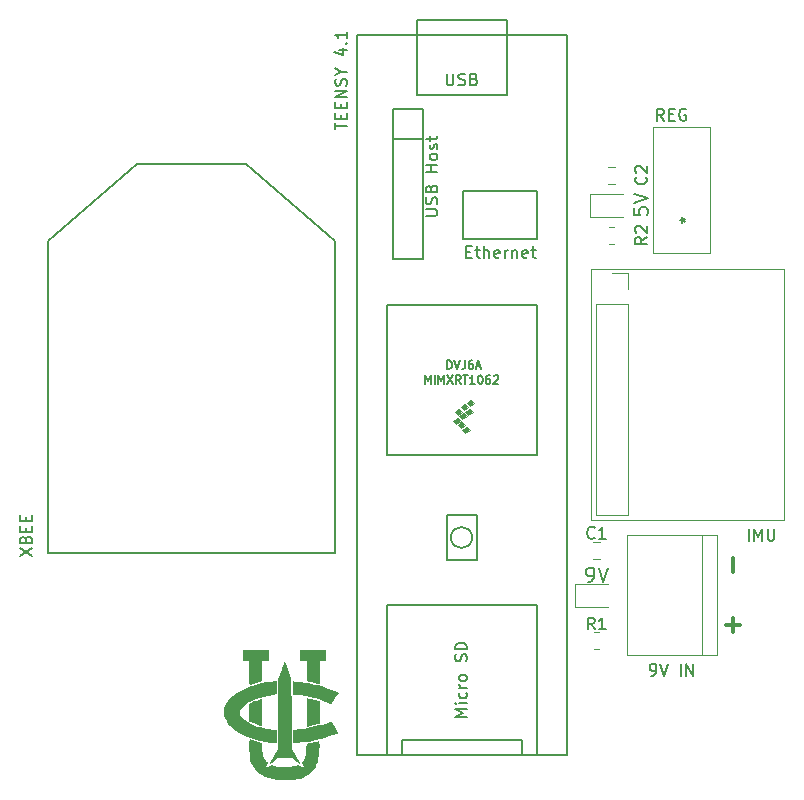
<source format=gbr>
%TF.GenerationSoftware,KiCad,Pcbnew,(6.0.8)*%
%TF.CreationDate,2022-12-09T18:07:48-08:00*%
%TF.ProjectId,ATP_Teensy,4154505f-5465-4656-9e73-792e6b696361,rev?*%
%TF.SameCoordinates,Original*%
%TF.FileFunction,Legend,Top*%
%TF.FilePolarity,Positive*%
%FSLAX46Y46*%
G04 Gerber Fmt 4.6, Leading zero omitted, Abs format (unit mm)*
G04 Created by KiCad (PCBNEW (6.0.8)) date 2022-12-09 18:07:48*
%MOMM*%
%LPD*%
G01*
G04 APERTURE LIST*
%ADD10C,0.300000*%
%ADD11C,0.150000*%
%ADD12C,0.200000*%
%ADD13C,0.120000*%
%ADD14C,0.100000*%
G04 APERTURE END LIST*
D10*
X181717142Y-113601428D02*
X181717142Y-112458571D01*
X181717142Y-118681428D02*
X181717142Y-117538571D01*
X182288571Y-118110000D02*
X181145714Y-118110000D01*
D11*
%TO.C,REG*%
X175887142Y-75382380D02*
X175553809Y-74906190D01*
X175315714Y-75382380D02*
X175315714Y-74382380D01*
X175696666Y-74382380D01*
X175791904Y-74430000D01*
X175839523Y-74477619D01*
X175887142Y-74572857D01*
X175887142Y-74715714D01*
X175839523Y-74810952D01*
X175791904Y-74858571D01*
X175696666Y-74906190D01*
X175315714Y-74906190D01*
X176315714Y-74858571D02*
X176649047Y-74858571D01*
X176791904Y-75382380D02*
X176315714Y-75382380D01*
X176315714Y-74382380D01*
X176791904Y-74382380D01*
X177744285Y-74430000D02*
X177649047Y-74382380D01*
X177506190Y-74382380D01*
X177363333Y-74430000D01*
X177268095Y-74525238D01*
X177220476Y-74620476D01*
X177172857Y-74810952D01*
X177172857Y-74953809D01*
X177220476Y-75144285D01*
X177268095Y-75239523D01*
X177363333Y-75334761D01*
X177506190Y-75382380D01*
X177601428Y-75382380D01*
X177744285Y-75334761D01*
X177791904Y-75287142D01*
X177791904Y-74953809D01*
X177601428Y-74953809D01*
X177252380Y-83820000D02*
X177490476Y-83820000D01*
X177395238Y-84058095D02*
X177490476Y-83820000D01*
X177395238Y-83581904D01*
X177680952Y-83962857D02*
X177490476Y-83820000D01*
X177680952Y-83677142D01*
%TO.C,C2*%
X174347142Y-80176666D02*
X174394761Y-80224285D01*
X174442380Y-80367142D01*
X174442380Y-80462380D01*
X174394761Y-80605238D01*
X174299523Y-80700476D01*
X174204285Y-80748095D01*
X174013809Y-80795714D01*
X173870952Y-80795714D01*
X173680476Y-80748095D01*
X173585238Y-80700476D01*
X173490000Y-80605238D01*
X173442380Y-80462380D01*
X173442380Y-80367142D01*
X173490000Y-80224285D01*
X173537619Y-80176666D01*
X173537619Y-79795714D02*
X173490000Y-79748095D01*
X173442380Y-79652857D01*
X173442380Y-79414761D01*
X173490000Y-79319523D01*
X173537619Y-79271904D01*
X173632857Y-79224285D01*
X173728095Y-79224285D01*
X173870952Y-79271904D01*
X174442380Y-79843333D01*
X174442380Y-79224285D01*
%TO.C,R2*%
X174442380Y-85256666D02*
X173966190Y-85590000D01*
X174442380Y-85828095D02*
X173442380Y-85828095D01*
X173442380Y-85447142D01*
X173490000Y-85351904D01*
X173537619Y-85304285D01*
X173632857Y-85256666D01*
X173775714Y-85256666D01*
X173870952Y-85304285D01*
X173918571Y-85351904D01*
X173966190Y-85447142D01*
X173966190Y-85828095D01*
X173537619Y-84875714D02*
X173490000Y-84828095D01*
X173442380Y-84732857D01*
X173442380Y-84494761D01*
X173490000Y-84399523D01*
X173537619Y-84351904D01*
X173632857Y-84304285D01*
X173728095Y-84304285D01*
X173870952Y-84351904D01*
X174442380Y-84923333D01*
X174442380Y-84304285D01*
%TO.C,R1*%
X170013333Y-118462380D02*
X169680000Y-117986190D01*
X169441904Y-118462380D02*
X169441904Y-117462380D01*
X169822857Y-117462380D01*
X169918095Y-117510000D01*
X169965714Y-117557619D01*
X170013333Y-117652857D01*
X170013333Y-117795714D01*
X169965714Y-117890952D01*
X169918095Y-117938571D01*
X169822857Y-117986190D01*
X169441904Y-117986190D01*
X170965714Y-118462380D02*
X170394285Y-118462380D01*
X170680000Y-118462380D02*
X170680000Y-117462380D01*
X170584761Y-117605238D01*
X170489523Y-117700476D01*
X170394285Y-117748095D01*
D12*
%TO.C,9V*%
X169437142Y-114432857D02*
X169665714Y-114432857D01*
X169780000Y-114375714D01*
X169837142Y-114318571D01*
X169951428Y-114147142D01*
X170008571Y-113918571D01*
X170008571Y-113461428D01*
X169951428Y-113347142D01*
X169894285Y-113290000D01*
X169780000Y-113232857D01*
X169551428Y-113232857D01*
X169437142Y-113290000D01*
X169380000Y-113347142D01*
X169322857Y-113461428D01*
X169322857Y-113747142D01*
X169380000Y-113861428D01*
X169437142Y-113918571D01*
X169551428Y-113975714D01*
X169780000Y-113975714D01*
X169894285Y-113918571D01*
X169951428Y-113861428D01*
X170008571Y-113747142D01*
X170351428Y-113232857D02*
X170751428Y-114432857D01*
X171151428Y-113232857D01*
D11*
%TO.C,9V IN*%
X174768095Y-122372380D02*
X174958571Y-122372380D01*
X175053809Y-122324761D01*
X175101428Y-122277142D01*
X175196666Y-122134285D01*
X175244285Y-121943809D01*
X175244285Y-121562857D01*
X175196666Y-121467619D01*
X175149047Y-121420000D01*
X175053809Y-121372380D01*
X174863333Y-121372380D01*
X174768095Y-121420000D01*
X174720476Y-121467619D01*
X174672857Y-121562857D01*
X174672857Y-121800952D01*
X174720476Y-121896190D01*
X174768095Y-121943809D01*
X174863333Y-121991428D01*
X175053809Y-121991428D01*
X175149047Y-121943809D01*
X175196666Y-121896190D01*
X175244285Y-121800952D01*
X175530000Y-121372380D02*
X175863333Y-122372380D01*
X176196666Y-121372380D01*
X177291904Y-122372380D02*
X177291904Y-121372380D01*
X177768095Y-122372380D02*
X177768095Y-121372380D01*
X178339523Y-122372380D01*
X178339523Y-121372380D01*
%TO.C,IMU*%
X183054761Y-110942380D02*
X183054761Y-109942380D01*
X183530952Y-110942380D02*
X183530952Y-109942380D01*
X183864285Y-110656666D01*
X184197619Y-109942380D01*
X184197619Y-110942380D01*
X184673809Y-109942380D02*
X184673809Y-110751904D01*
X184721428Y-110847142D01*
X184769047Y-110894761D01*
X184864285Y-110942380D01*
X185054761Y-110942380D01*
X185150000Y-110894761D01*
X185197619Y-110847142D01*
X185245238Y-110751904D01*
X185245238Y-109942380D01*
%TO.C,XBEE*%
X121372380Y-112228095D02*
X122372380Y-111561428D01*
X121372380Y-111561428D02*
X122372380Y-112228095D01*
X121848571Y-110847142D02*
X121896190Y-110704285D01*
X121943809Y-110656666D01*
X122039047Y-110609047D01*
X122181904Y-110609047D01*
X122277142Y-110656666D01*
X122324761Y-110704285D01*
X122372380Y-110799523D01*
X122372380Y-111180476D01*
X121372380Y-111180476D01*
X121372380Y-110847142D01*
X121420000Y-110751904D01*
X121467619Y-110704285D01*
X121562857Y-110656666D01*
X121658095Y-110656666D01*
X121753333Y-110704285D01*
X121800952Y-110751904D01*
X121848571Y-110847142D01*
X121848571Y-111180476D01*
X121848571Y-110180476D02*
X121848571Y-109847142D01*
X122372380Y-109704285D02*
X122372380Y-110180476D01*
X121372380Y-110180476D01*
X121372380Y-109704285D01*
X121848571Y-109275714D02*
X121848571Y-108942380D01*
X122372380Y-108799523D02*
X122372380Y-109275714D01*
X121372380Y-109275714D01*
X121372380Y-108799523D01*
%TO.C,TEENSY 4.1*%
X148042380Y-76140476D02*
X148042380Y-75569047D01*
X149042380Y-75854761D02*
X148042380Y-75854761D01*
X148518571Y-75235714D02*
X148518571Y-74902380D01*
X149042380Y-74759523D02*
X149042380Y-75235714D01*
X148042380Y-75235714D01*
X148042380Y-74759523D01*
X148518571Y-74330952D02*
X148518571Y-73997619D01*
X149042380Y-73854761D02*
X149042380Y-74330952D01*
X148042380Y-74330952D01*
X148042380Y-73854761D01*
X149042380Y-73426190D02*
X148042380Y-73426190D01*
X149042380Y-72854761D01*
X148042380Y-72854761D01*
X148994761Y-72426190D02*
X149042380Y-72283333D01*
X149042380Y-72045238D01*
X148994761Y-71950000D01*
X148947142Y-71902380D01*
X148851904Y-71854761D01*
X148756666Y-71854761D01*
X148661428Y-71902380D01*
X148613809Y-71950000D01*
X148566190Y-72045238D01*
X148518571Y-72235714D01*
X148470952Y-72330952D01*
X148423333Y-72378571D01*
X148328095Y-72426190D01*
X148232857Y-72426190D01*
X148137619Y-72378571D01*
X148090000Y-72330952D01*
X148042380Y-72235714D01*
X148042380Y-71997619D01*
X148090000Y-71854761D01*
X148566190Y-71235714D02*
X149042380Y-71235714D01*
X148042380Y-71569047D02*
X148566190Y-71235714D01*
X148042380Y-70902380D01*
X148375714Y-69378571D02*
X149042380Y-69378571D01*
X147994761Y-69616666D02*
X148709047Y-69854761D01*
X148709047Y-69235714D01*
X148947142Y-68854761D02*
X148994761Y-68807142D01*
X149042380Y-68854761D01*
X148994761Y-68902380D01*
X148947142Y-68854761D01*
X149042380Y-68854761D01*
X149042380Y-67854761D02*
X149042380Y-68426190D01*
X149042380Y-68140476D02*
X148042380Y-68140476D01*
X148185238Y-68235714D01*
X148280476Y-68330952D01*
X148328095Y-68426190D01*
X157488095Y-71402380D02*
X157488095Y-72211904D01*
X157535714Y-72307142D01*
X157583333Y-72354761D01*
X157678571Y-72402380D01*
X157869047Y-72402380D01*
X157964285Y-72354761D01*
X158011904Y-72307142D01*
X158059523Y-72211904D01*
X158059523Y-71402380D01*
X158488095Y-72354761D02*
X158630952Y-72402380D01*
X158869047Y-72402380D01*
X158964285Y-72354761D01*
X159011904Y-72307142D01*
X159059523Y-72211904D01*
X159059523Y-72116666D01*
X159011904Y-72021428D01*
X158964285Y-71973809D01*
X158869047Y-71926190D01*
X158678571Y-71878571D01*
X158583333Y-71830952D01*
X158535714Y-71783333D01*
X158488095Y-71688095D01*
X158488095Y-71592857D01*
X158535714Y-71497619D01*
X158583333Y-71450000D01*
X158678571Y-71402380D01*
X158916666Y-71402380D01*
X159059523Y-71450000D01*
X159821428Y-71878571D02*
X159964285Y-71926190D01*
X160011904Y-71973809D01*
X160059523Y-72069047D01*
X160059523Y-72211904D01*
X160011904Y-72307142D01*
X159964285Y-72354761D01*
X159869047Y-72402380D01*
X159488095Y-72402380D01*
X159488095Y-71402380D01*
X159821428Y-71402380D01*
X159916666Y-71450000D01*
X159964285Y-71497619D01*
X160011904Y-71592857D01*
X160011904Y-71688095D01*
X159964285Y-71783333D01*
X159916666Y-71830952D01*
X159821428Y-71878571D01*
X159488095Y-71878571D01*
X157546666Y-96396666D02*
X157546666Y-95696666D01*
X157713333Y-95696666D01*
X157813333Y-95730000D01*
X157880000Y-95796666D01*
X157913333Y-95863333D01*
X157946666Y-95996666D01*
X157946666Y-96096666D01*
X157913333Y-96230000D01*
X157880000Y-96296666D01*
X157813333Y-96363333D01*
X157713333Y-96396666D01*
X157546666Y-96396666D01*
X158146666Y-95696666D02*
X158380000Y-96396666D01*
X158613333Y-95696666D01*
X159046666Y-95696666D02*
X159046666Y-96196666D01*
X159013333Y-96296666D01*
X158946666Y-96363333D01*
X158846666Y-96396666D01*
X158780000Y-96396666D01*
X159680000Y-95696666D02*
X159546666Y-95696666D01*
X159480000Y-95730000D01*
X159446666Y-95763333D01*
X159380000Y-95863333D01*
X159346666Y-95996666D01*
X159346666Y-96263333D01*
X159380000Y-96330000D01*
X159413333Y-96363333D01*
X159480000Y-96396666D01*
X159613333Y-96396666D01*
X159680000Y-96363333D01*
X159713333Y-96330000D01*
X159746666Y-96263333D01*
X159746666Y-96096666D01*
X159713333Y-96030000D01*
X159680000Y-95996666D01*
X159613333Y-95963333D01*
X159480000Y-95963333D01*
X159413333Y-95996666D01*
X159380000Y-96030000D01*
X159346666Y-96096666D01*
X160013333Y-96196666D02*
X160346666Y-96196666D01*
X159946666Y-96396666D02*
X160180000Y-95696666D01*
X160413333Y-96396666D01*
X159169457Y-86483571D02*
X159502790Y-86483571D01*
X159645647Y-87007380D02*
X159169457Y-87007380D01*
X159169457Y-86007380D01*
X159645647Y-86007380D01*
X159931361Y-86340714D02*
X160312314Y-86340714D01*
X160074219Y-86007380D02*
X160074219Y-86864523D01*
X160121838Y-86959761D01*
X160217076Y-87007380D01*
X160312314Y-87007380D01*
X160645647Y-87007380D02*
X160645647Y-86007380D01*
X161074219Y-87007380D02*
X161074219Y-86483571D01*
X161026600Y-86388333D01*
X160931361Y-86340714D01*
X160788504Y-86340714D01*
X160693266Y-86388333D01*
X160645647Y-86435952D01*
X161931361Y-86959761D02*
X161836123Y-87007380D01*
X161645647Y-87007380D01*
X161550409Y-86959761D01*
X161502790Y-86864523D01*
X161502790Y-86483571D01*
X161550409Y-86388333D01*
X161645647Y-86340714D01*
X161836123Y-86340714D01*
X161931361Y-86388333D01*
X161978980Y-86483571D01*
X161978980Y-86578809D01*
X161502790Y-86674047D01*
X162407552Y-87007380D02*
X162407552Y-86340714D01*
X162407552Y-86531190D02*
X162455171Y-86435952D01*
X162502790Y-86388333D01*
X162598028Y-86340714D01*
X162693266Y-86340714D01*
X163026600Y-86340714D02*
X163026600Y-87007380D01*
X163026600Y-86435952D02*
X163074219Y-86388333D01*
X163169457Y-86340714D01*
X163312314Y-86340714D01*
X163407552Y-86388333D01*
X163455171Y-86483571D01*
X163455171Y-87007380D01*
X164312314Y-86959761D02*
X164217076Y-87007380D01*
X164026600Y-87007380D01*
X163931361Y-86959761D01*
X163883742Y-86864523D01*
X163883742Y-86483571D01*
X163931361Y-86388333D01*
X164026600Y-86340714D01*
X164217076Y-86340714D01*
X164312314Y-86388333D01*
X164359933Y-86483571D01*
X164359933Y-86578809D01*
X163883742Y-86674047D01*
X164645647Y-86340714D02*
X165026600Y-86340714D01*
X164788504Y-86007380D02*
X164788504Y-86864523D01*
X164836123Y-86959761D01*
X164931361Y-87007380D01*
X165026600Y-87007380D01*
X155713180Y-83463723D02*
X156522704Y-83463723D01*
X156617942Y-83416104D01*
X156665561Y-83368485D01*
X156713180Y-83273247D01*
X156713180Y-83082771D01*
X156665561Y-82987533D01*
X156617942Y-82939914D01*
X156522704Y-82892295D01*
X155713180Y-82892295D01*
X156665561Y-82463723D02*
X156713180Y-82320866D01*
X156713180Y-82082771D01*
X156665561Y-81987533D01*
X156617942Y-81939914D01*
X156522704Y-81892295D01*
X156427466Y-81892295D01*
X156332228Y-81939914D01*
X156284609Y-81987533D01*
X156236990Y-82082771D01*
X156189371Y-82273247D01*
X156141752Y-82368485D01*
X156094133Y-82416104D01*
X155998895Y-82463723D01*
X155903657Y-82463723D01*
X155808419Y-82416104D01*
X155760800Y-82368485D01*
X155713180Y-82273247D01*
X155713180Y-82035152D01*
X155760800Y-81892295D01*
X156189371Y-81130390D02*
X156236990Y-80987533D01*
X156284609Y-80939914D01*
X156379847Y-80892295D01*
X156522704Y-80892295D01*
X156617942Y-80939914D01*
X156665561Y-80987533D01*
X156713180Y-81082771D01*
X156713180Y-81463723D01*
X155713180Y-81463723D01*
X155713180Y-81130390D01*
X155760800Y-81035152D01*
X155808419Y-80987533D01*
X155903657Y-80939914D01*
X155998895Y-80939914D01*
X156094133Y-80987533D01*
X156141752Y-81035152D01*
X156189371Y-81130390D01*
X156189371Y-81463723D01*
X156713180Y-79701819D02*
X155713180Y-79701819D01*
X156189371Y-79701819D02*
X156189371Y-79130390D01*
X156713180Y-79130390D02*
X155713180Y-79130390D01*
X156713180Y-78511342D02*
X156665561Y-78606580D01*
X156617942Y-78654200D01*
X156522704Y-78701819D01*
X156236990Y-78701819D01*
X156141752Y-78654200D01*
X156094133Y-78606580D01*
X156046514Y-78511342D01*
X156046514Y-78368485D01*
X156094133Y-78273247D01*
X156141752Y-78225628D01*
X156236990Y-78178009D01*
X156522704Y-78178009D01*
X156617942Y-78225628D01*
X156665561Y-78273247D01*
X156713180Y-78368485D01*
X156713180Y-78511342D01*
X156665561Y-77797057D02*
X156713180Y-77701819D01*
X156713180Y-77511342D01*
X156665561Y-77416104D01*
X156570323Y-77368485D01*
X156522704Y-77368485D01*
X156427466Y-77416104D01*
X156379847Y-77511342D01*
X156379847Y-77654200D01*
X156332228Y-77749438D01*
X156236990Y-77797057D01*
X156189371Y-77797057D01*
X156094133Y-77749438D01*
X156046514Y-77654200D01*
X156046514Y-77511342D01*
X156094133Y-77416104D01*
X156046514Y-77082771D02*
X156046514Y-76701819D01*
X155713180Y-76939914D02*
X156570323Y-76939914D01*
X156665561Y-76892295D01*
X156713180Y-76797057D01*
X156713180Y-76701819D01*
X155666666Y-97666666D02*
X155666666Y-96966666D01*
X155900000Y-97466666D01*
X156133333Y-96966666D01*
X156133333Y-97666666D01*
X156466666Y-97666666D02*
X156466666Y-96966666D01*
X156800000Y-97666666D02*
X156800000Y-96966666D01*
X157033333Y-97466666D01*
X157266666Y-96966666D01*
X157266666Y-97666666D01*
X157533333Y-96966666D02*
X158000000Y-97666666D01*
X158000000Y-96966666D02*
X157533333Y-97666666D01*
X158666666Y-97666666D02*
X158433333Y-97333333D01*
X158266666Y-97666666D02*
X158266666Y-96966666D01*
X158533333Y-96966666D01*
X158600000Y-97000000D01*
X158633333Y-97033333D01*
X158666666Y-97100000D01*
X158666666Y-97200000D01*
X158633333Y-97266666D01*
X158600000Y-97300000D01*
X158533333Y-97333333D01*
X158266666Y-97333333D01*
X158866666Y-96966666D02*
X159266666Y-96966666D01*
X159066666Y-97666666D02*
X159066666Y-96966666D01*
X159866666Y-97666666D02*
X159466666Y-97666666D01*
X159666666Y-97666666D02*
X159666666Y-96966666D01*
X159600000Y-97066666D01*
X159533333Y-97133333D01*
X159466666Y-97166666D01*
X160300000Y-96966666D02*
X160366666Y-96966666D01*
X160433333Y-97000000D01*
X160466666Y-97033333D01*
X160500000Y-97100000D01*
X160533333Y-97233333D01*
X160533333Y-97400000D01*
X160500000Y-97533333D01*
X160466666Y-97600000D01*
X160433333Y-97633333D01*
X160366666Y-97666666D01*
X160300000Y-97666666D01*
X160233333Y-97633333D01*
X160200000Y-97600000D01*
X160166666Y-97533333D01*
X160133333Y-97400000D01*
X160133333Y-97233333D01*
X160166666Y-97100000D01*
X160200000Y-97033333D01*
X160233333Y-97000000D01*
X160300000Y-96966666D01*
X161133333Y-96966666D02*
X161000000Y-96966666D01*
X160933333Y-97000000D01*
X160900000Y-97033333D01*
X160833333Y-97133333D01*
X160800000Y-97266666D01*
X160800000Y-97533333D01*
X160833333Y-97600000D01*
X160866666Y-97633333D01*
X160933333Y-97666666D01*
X161066666Y-97666666D01*
X161133333Y-97633333D01*
X161166666Y-97600000D01*
X161200000Y-97533333D01*
X161200000Y-97366666D01*
X161166666Y-97300000D01*
X161133333Y-97266666D01*
X161066666Y-97233333D01*
X160933333Y-97233333D01*
X160866666Y-97266666D01*
X160833333Y-97300000D01*
X160800000Y-97366666D01*
X161466666Y-97033333D02*
X161500000Y-97000000D01*
X161566666Y-96966666D01*
X161733333Y-96966666D01*
X161800000Y-97000000D01*
X161833333Y-97033333D01*
X161866666Y-97100000D01*
X161866666Y-97166666D01*
X161833333Y-97266666D01*
X161433333Y-97666666D01*
X161866666Y-97666666D01*
X159202380Y-125869047D02*
X158202380Y-125869047D01*
X158916666Y-125535714D01*
X158202380Y-125202380D01*
X159202380Y-125202380D01*
X159202380Y-124726190D02*
X158535714Y-124726190D01*
X158202380Y-124726190D02*
X158250000Y-124773809D01*
X158297619Y-124726190D01*
X158250000Y-124678571D01*
X158202380Y-124726190D01*
X158297619Y-124726190D01*
X159154761Y-123821428D02*
X159202380Y-123916666D01*
X159202380Y-124107142D01*
X159154761Y-124202380D01*
X159107142Y-124250000D01*
X159011904Y-124297619D01*
X158726190Y-124297619D01*
X158630952Y-124250000D01*
X158583333Y-124202380D01*
X158535714Y-124107142D01*
X158535714Y-123916666D01*
X158583333Y-123821428D01*
X159202380Y-123392857D02*
X158535714Y-123392857D01*
X158726190Y-123392857D02*
X158630952Y-123345238D01*
X158583333Y-123297619D01*
X158535714Y-123202380D01*
X158535714Y-123107142D01*
X159202380Y-122630952D02*
X159154761Y-122726190D01*
X159107142Y-122773809D01*
X159011904Y-122821428D01*
X158726190Y-122821428D01*
X158630952Y-122773809D01*
X158583333Y-122726190D01*
X158535714Y-122630952D01*
X158535714Y-122488095D01*
X158583333Y-122392857D01*
X158630952Y-122345238D01*
X158726190Y-122297619D01*
X159011904Y-122297619D01*
X159107142Y-122345238D01*
X159154761Y-122392857D01*
X159202380Y-122488095D01*
X159202380Y-122630952D01*
X159154761Y-121154761D02*
X159202380Y-121011904D01*
X159202380Y-120773809D01*
X159154761Y-120678571D01*
X159107142Y-120630952D01*
X159011904Y-120583333D01*
X158916666Y-120583333D01*
X158821428Y-120630952D01*
X158773809Y-120678571D01*
X158726190Y-120773809D01*
X158678571Y-120964285D01*
X158630952Y-121059523D01*
X158583333Y-121107142D01*
X158488095Y-121154761D01*
X158392857Y-121154761D01*
X158297619Y-121107142D01*
X158250000Y-121059523D01*
X158202380Y-120964285D01*
X158202380Y-120726190D01*
X158250000Y-120583333D01*
X159202380Y-120154761D02*
X158202380Y-120154761D01*
X158202380Y-119916666D01*
X158250000Y-119773809D01*
X158345238Y-119678571D01*
X158440476Y-119630952D01*
X158630952Y-119583333D01*
X158773809Y-119583333D01*
X158964285Y-119630952D01*
X159059523Y-119678571D01*
X159154761Y-119773809D01*
X159202380Y-119916666D01*
X159202380Y-120154761D01*
%TO.C,C1*%
X170013333Y-110687142D02*
X169965714Y-110734761D01*
X169822857Y-110782380D01*
X169727619Y-110782380D01*
X169584761Y-110734761D01*
X169489523Y-110639523D01*
X169441904Y-110544285D01*
X169394285Y-110353809D01*
X169394285Y-110210952D01*
X169441904Y-110020476D01*
X169489523Y-109925238D01*
X169584761Y-109830000D01*
X169727619Y-109782380D01*
X169822857Y-109782380D01*
X169965714Y-109830000D01*
X170013333Y-109877619D01*
X170965714Y-110782380D02*
X170394285Y-110782380D01*
X170680000Y-110782380D02*
X170680000Y-109782380D01*
X170584761Y-109925238D01*
X170489523Y-110020476D01*
X170394285Y-110068095D01*
D12*
%TO.C,5V*%
X173332857Y-82778571D02*
X173332857Y-83350000D01*
X173904285Y-83407142D01*
X173847142Y-83350000D01*
X173790000Y-83235714D01*
X173790000Y-82950000D01*
X173847142Y-82835714D01*
X173904285Y-82778571D01*
X174018571Y-82721428D01*
X174304285Y-82721428D01*
X174418571Y-82778571D01*
X174475714Y-82835714D01*
X174532857Y-82950000D01*
X174532857Y-83235714D01*
X174475714Y-83350000D01*
X174418571Y-83407142D01*
X173332857Y-82378571D02*
X174532857Y-81978571D01*
X173332857Y-81578571D01*
D13*
%TO.C,REG*%
X174942500Y-75946000D02*
X174942500Y-86614000D01*
X174942500Y-86614000D02*
X179793900Y-86614000D01*
X179793900Y-86614000D02*
X179793900Y-75946000D01*
X179793900Y-75946000D02*
X174942500Y-75946000D01*
%TO.C,C2*%
X171188748Y-79275000D02*
X171711252Y-79275000D01*
X171188748Y-80745000D02*
X171711252Y-80745000D01*
%TO.C,R2*%
X171222936Y-84355000D02*
X171677064Y-84355000D01*
X171222936Y-85825000D02*
X171677064Y-85825000D01*
%TO.C,R1*%
X169952936Y-118645000D02*
X170407064Y-118645000D01*
X169952936Y-120115000D02*
X170407064Y-120115000D01*
%TO.C,9V*%
X168320000Y-114610000D02*
X168320000Y-116530000D01*
X171180000Y-114610000D02*
X168320000Y-114610000D01*
X168320000Y-116530000D02*
X171180000Y-116530000D01*
%TO.C,9V IN*%
X180340000Y-110490000D02*
X172720000Y-110490000D01*
X179070000Y-110490000D02*
X179070000Y-120650000D01*
X180340000Y-120650000D02*
X180340000Y-110490000D01*
X172720000Y-110490000D02*
X172720000Y-120650000D01*
X172720000Y-120650000D02*
X180340000Y-120650000D01*
%TO.C,IMU*%
X172825000Y-88302500D02*
X172825000Y-89632500D01*
X171495000Y-88302500D02*
X172825000Y-88302500D01*
X170165000Y-90902500D02*
X170165000Y-108742500D01*
X170165000Y-108742500D02*
X172825000Y-108742500D01*
X170165000Y-90902500D02*
X172825000Y-90902500D01*
X172825000Y-90902500D02*
X172825000Y-108742500D01*
X169695000Y-109182500D02*
X186095000Y-109182500D01*
X186095000Y-109182500D02*
X186095000Y-87982500D01*
X186095000Y-87982500D02*
X169695000Y-87982500D01*
X169695000Y-87982500D02*
X169695000Y-109182500D01*
D12*
%TO.C,XBEE*%
X148080000Y-85620000D02*
X140490000Y-79090000D01*
X123700000Y-112030000D02*
X123700000Y-85620000D01*
X131290000Y-79090000D02*
X140490000Y-79090000D01*
X148080000Y-112030000D02*
X123700000Y-112030000D01*
X148080000Y-85620000D02*
X148080000Y-112030000D01*
X123700000Y-85620000D02*
X131290000Y-79090000D01*
D11*
%TO.C,TEENSY 4.1*%
X153670000Y-127830000D02*
X153670000Y-129100000D01*
X167640000Y-129100000D02*
X149860000Y-129100000D01*
X152910800Y-74439200D02*
X155450800Y-74439200D01*
X154940000Y-73220000D02*
X154940000Y-68140000D01*
X160020000Y-112590000D02*
X157480000Y-112590000D01*
X152400000Y-91000000D02*
X152400000Y-103700000D01*
X154940000Y-73220000D02*
X162560000Y-73220000D01*
X165100000Y-116400000D02*
X152400000Y-116400000D01*
X158851600Y-81370000D02*
X158851600Y-85370000D01*
X162560000Y-66870000D02*
X162560000Y-68140000D01*
X165100000Y-129100000D02*
X165100000Y-116400000D01*
X155450800Y-74439200D02*
X155450800Y-76979200D01*
X157480000Y-112590000D02*
X157480000Y-108780000D01*
X163830000Y-129100000D02*
X163830000Y-127830000D01*
X152400000Y-103700000D02*
X165100000Y-103700000D01*
X162560000Y-73220000D02*
X162560000Y-68140000D01*
X155450800Y-74439200D02*
X155450800Y-87139200D01*
X155450800Y-76979200D02*
X152910800Y-76979200D01*
X149860000Y-129100000D02*
X149860000Y-68140000D01*
X149860000Y-68140000D02*
X167640000Y-68140000D01*
X167640000Y-68140000D02*
X167640000Y-129100000D01*
X165101600Y-81370000D02*
X164851600Y-81370000D01*
X164851600Y-81370000D02*
X158851600Y-81370000D01*
X163830000Y-127830000D02*
X153670000Y-127830000D01*
X154940000Y-66870000D02*
X162560000Y-66870000D01*
X155450800Y-87139200D02*
X152910800Y-87139200D01*
X152400000Y-116400000D02*
X152400000Y-129100000D01*
X160020000Y-108780000D02*
X160020000Y-112590000D01*
X154940000Y-68140000D02*
X154940000Y-66870000D01*
X165101600Y-85370000D02*
X165101600Y-81370000D01*
X165100000Y-91000000D02*
X152400000Y-91000000D01*
X152910800Y-87139200D02*
X152910800Y-74439200D01*
X158851600Y-85370000D02*
X165101600Y-85370000D01*
X165100000Y-103700000D02*
X165100000Y-91000000D01*
X157480000Y-108780000D02*
X160020000Y-108780000D01*
X159648026Y-110685000D02*
G75*
G03*
X159648026Y-110685000I-898026J0D01*
G01*
G36*
X159438000Y-101563000D02*
G01*
X159057000Y-101817000D01*
X158803000Y-101563000D01*
X159184000Y-101309000D01*
X159438000Y-101563000D01*
G37*
D14*
X159438000Y-101563000D02*
X159057000Y-101817000D01*
X158803000Y-101563000D01*
X159184000Y-101309000D01*
X159438000Y-101563000D01*
G36*
X159184000Y-100420000D02*
G01*
X158803000Y-100674000D01*
X158549000Y-100420000D01*
X158930000Y-100166000D01*
X159184000Y-100420000D01*
G37*
X159184000Y-100420000D02*
X158803000Y-100674000D01*
X158549000Y-100420000D01*
X158930000Y-100166000D01*
X159184000Y-100420000D01*
G36*
X159311000Y-99658000D02*
G01*
X158930000Y-99912000D01*
X158676000Y-99658000D01*
X159057000Y-99404000D01*
X159311000Y-99658000D01*
G37*
X159311000Y-99658000D02*
X158930000Y-99912000D01*
X158676000Y-99658000D01*
X159057000Y-99404000D01*
X159311000Y-99658000D01*
G36*
X159057000Y-101182000D02*
G01*
X158676000Y-101436000D01*
X158422000Y-101182000D01*
X158803000Y-100928000D01*
X159057000Y-101182000D01*
G37*
X159057000Y-101182000D02*
X158676000Y-101436000D01*
X158422000Y-101182000D01*
X158803000Y-100928000D01*
X159057000Y-101182000D01*
G36*
X158803000Y-100039000D02*
G01*
X158422000Y-100293000D01*
X158168000Y-100039000D01*
X158549000Y-99785000D01*
X158803000Y-100039000D01*
G37*
X158803000Y-100039000D02*
X158422000Y-100293000D01*
X158168000Y-100039000D01*
X158549000Y-99785000D01*
X158803000Y-100039000D01*
G36*
X158676000Y-100801000D02*
G01*
X158295000Y-101055000D01*
X158041000Y-100801000D01*
X158422000Y-100547000D01*
X158676000Y-100801000D01*
G37*
X158676000Y-100801000D02*
X158295000Y-101055000D01*
X158041000Y-100801000D01*
X158422000Y-100547000D01*
X158676000Y-100801000D01*
G36*
X159819000Y-99277000D02*
G01*
X159438000Y-99531000D01*
X159184000Y-99277000D01*
X159565000Y-99023000D01*
X159819000Y-99277000D01*
G37*
X159819000Y-99277000D02*
X159438000Y-99531000D01*
X159184000Y-99277000D01*
X159565000Y-99023000D01*
X159819000Y-99277000D01*
G36*
X159692000Y-100039000D02*
G01*
X159311000Y-100293000D01*
X159057000Y-100039000D01*
X159438000Y-99785000D01*
X159692000Y-100039000D01*
G37*
X159692000Y-100039000D02*
X159311000Y-100293000D01*
X159057000Y-100039000D01*
X159438000Y-99785000D01*
X159692000Y-100039000D01*
D13*
%TO.C,C1*%
X169918748Y-111025000D02*
X170441252Y-111025000D01*
X169918748Y-112495000D02*
X170441252Y-112495000D01*
%TO.C,Ge*%
G36*
X147262273Y-121143889D02*
G01*
X147000362Y-121149893D01*
X146738451Y-121155896D01*
X146738451Y-122128049D01*
X146738110Y-122327223D01*
X146737134Y-122512566D01*
X146735594Y-122679846D01*
X146733558Y-122824831D01*
X146731097Y-122943290D01*
X146728281Y-123030992D01*
X146725179Y-123083707D01*
X146722416Y-123097854D01*
X146697179Y-123092132D01*
X146637860Y-123077850D01*
X146551862Y-123056814D01*
X146446587Y-123030830D01*
X146374983Y-123013054D01*
X146240773Y-122980709D01*
X146101126Y-122948838D01*
X145970172Y-122920555D01*
X145862042Y-122898973D01*
X145835126Y-122894088D01*
X145626666Y-122857573D01*
X145626666Y-121154580D01*
X145049394Y-121154580D01*
X145049394Y-120235219D01*
X147273813Y-120235219D01*
X147262273Y-121143889D01*
G37*
G36*
X141878324Y-124339627D02*
G01*
X141879783Y-124399265D01*
X141881121Y-124493945D01*
X141882310Y-124619806D01*
X141883322Y-124772990D01*
X141884130Y-124949636D01*
X141884708Y-125145885D01*
X141885028Y-125357877D01*
X141885084Y-125494815D01*
X141884801Y-125714531D01*
X141883988Y-125920835D01*
X141882698Y-126109875D01*
X141880982Y-126277798D01*
X141878893Y-126420752D01*
X141876485Y-126534885D01*
X141873810Y-126616343D01*
X141870920Y-126661275D01*
X141869049Y-126669100D01*
X141843591Y-126662408D01*
X141785711Y-126645331D01*
X141703755Y-126620380D01*
X141606070Y-126590068D01*
X141596448Y-126587055D01*
X141359696Y-126508060D01*
X141144372Y-126426615D01*
X140959318Y-126346148D01*
X140900312Y-126317320D01*
X140794680Y-126263792D01*
X140794680Y-124771535D01*
X140885547Y-124721315D01*
X141034089Y-124645210D01*
X141209838Y-124564900D01*
X141398518Y-124486552D01*
X141585852Y-124416335D01*
X141614860Y-124406228D01*
X141711688Y-124373096D01*
X141792837Y-124345736D01*
X141850338Y-124326805D01*
X141876221Y-124318962D01*
X141876770Y-124318889D01*
X141878324Y-124339627D01*
G37*
G36*
X142478817Y-120689554D02*
G01*
X142473047Y-121143889D01*
X142179065Y-121149838D01*
X141885084Y-121155786D01*
X141885084Y-122876452D01*
X141601793Y-122944875D01*
X141464678Y-122979965D01*
X141312954Y-123022056D01*
X141158787Y-123067497D01*
X141014345Y-123112638D01*
X140891794Y-123153829D01*
X140832096Y-123175800D01*
X140823454Y-123177204D01*
X140816253Y-123171793D01*
X140810360Y-123156065D01*
X140805647Y-123126517D01*
X140801981Y-123079647D01*
X140799233Y-123011954D01*
X140797272Y-122919936D01*
X140795967Y-122800091D01*
X140795187Y-122648916D01*
X140794803Y-122462910D01*
X140794684Y-122238570D01*
X140794680Y-122172439D01*
X140794680Y-121154580D01*
X140217407Y-121154580D01*
X140217407Y-120235219D01*
X142484588Y-120235219D01*
X142478817Y-120689554D01*
G37*
G36*
X144696616Y-122882032D02*
G01*
X144941520Y-122896307D01*
X145214405Y-122923403D01*
X145502868Y-122962084D01*
X145509074Y-122963022D01*
X145778541Y-123009058D01*
X146066013Y-123067593D01*
X146364805Y-123136673D01*
X146668228Y-123214344D01*
X146969598Y-123298651D01*
X147262226Y-123387641D01*
X147539427Y-123479359D01*
X147794514Y-123571851D01*
X148020800Y-123663164D01*
X148211599Y-123751342D01*
X148218553Y-123754855D01*
X148340012Y-123816448D01*
X148036327Y-124312917D01*
X147955712Y-124443459D01*
X147881582Y-124561126D01*
X147817021Y-124661213D01*
X147765110Y-124739014D01*
X147728935Y-124789823D01*
X147711578Y-124808937D01*
X147711262Y-124808976D01*
X147682982Y-124799421D01*
X147628362Y-124774621D01*
X147558650Y-124739717D01*
X147550909Y-124735673D01*
X147294180Y-124614149D01*
X147000375Y-124498529D01*
X146674951Y-124390311D01*
X146323365Y-124290988D01*
X145951073Y-124202056D01*
X145563533Y-124125011D01*
X145166201Y-124061348D01*
X145017323Y-124041423D01*
X144893235Y-124025684D01*
X144776960Y-124010882D01*
X144678315Y-123998272D01*
X144607116Y-123989107D01*
X144584010Y-123986094D01*
X144492785Y-123974074D01*
X144498488Y-123424891D01*
X144504192Y-122875708D01*
X144696616Y-122882032D01*
G37*
G36*
X140830055Y-127767074D02*
G01*
X140886651Y-127783305D01*
X140968227Y-127807510D01*
X141066846Y-127837356D01*
X141089666Y-127844333D01*
X141223955Y-127883746D01*
X141375220Y-127925428D01*
X141522659Y-127963769D01*
X141620498Y-127987487D01*
X141879734Y-128047452D01*
X141890888Y-128518987D01*
X141898058Y-128730599D01*
X141909972Y-128906163D01*
X141928691Y-129052308D01*
X141956275Y-129175665D01*
X141994785Y-129282861D01*
X142046281Y-129380527D01*
X142112823Y-129475291D01*
X142196472Y-129573782D01*
X142230059Y-129610240D01*
X142286808Y-129672506D01*
X142330175Y-129723137D01*
X142353355Y-129754061D01*
X142355454Y-129758983D01*
X142344965Y-129782395D01*
X142316730Y-129833527D01*
X142275598Y-129903796D01*
X142245538Y-129953550D01*
X142194729Y-130039102D01*
X142165023Y-130096729D01*
X142153511Y-130133885D01*
X142157282Y-130158027D01*
X142162634Y-130165971D01*
X142196209Y-130193255D01*
X142213595Y-130198519D01*
X142240109Y-130186972D01*
X142293119Y-130155744D01*
X142364287Y-130109953D01*
X142426082Y-130068082D01*
X142521103Y-130005852D01*
X142594281Y-129965248D01*
X142640999Y-129948713D01*
X142650736Y-129949211D01*
X142686434Y-129961187D01*
X142750996Y-129983315D01*
X142832914Y-130011644D01*
X142869589Y-130024392D01*
X142992684Y-130063536D01*
X143112850Y-130092917D01*
X143238353Y-130113421D01*
X143377461Y-130125933D01*
X143538438Y-130131339D01*
X143729552Y-130130525D01*
X143837444Y-130128103D01*
X144036114Y-130121008D01*
X144201636Y-130110300D01*
X144343584Y-130094235D01*
X144471529Y-130071065D01*
X144595045Y-130039046D01*
X144723703Y-129996431D01*
X144867078Y-129941473D01*
X144872405Y-129939335D01*
X144903053Y-129928600D01*
X144930898Y-129926456D01*
X144963832Y-129936176D01*
X145009748Y-129961036D01*
X145076537Y-130004312D01*
X145151314Y-130055085D01*
X145235206Y-130111116D01*
X145307272Y-130156897D01*
X145359711Y-130187629D01*
X145384480Y-130198519D01*
X145416220Y-130183700D01*
X145434420Y-130166234D01*
X145443060Y-130145908D01*
X145438156Y-130115171D01*
X145416889Y-130067061D01*
X145376444Y-129994619D01*
X145340826Y-129934969D01*
X145291888Y-129852623D01*
X145252525Y-129783607D01*
X145227322Y-129736144D01*
X145220438Y-129719174D01*
X145233722Y-129695670D01*
X145268359Y-129651061D01*
X145311305Y-129601276D01*
X145398300Y-129494590D01*
X145467846Y-129384601D01*
X145521839Y-129264851D01*
X145562176Y-129128880D01*
X145590753Y-128970231D01*
X145609468Y-128782443D01*
X145620216Y-128559059D01*
X145620536Y-128548294D01*
X145632778Y-128127446D01*
X145784731Y-128103121D01*
X145857478Y-128090599D01*
X145961344Y-128071547D01*
X146085555Y-128048000D01*
X146219336Y-128021990D01*
X146310017Y-128003986D01*
X146431828Y-127979610D01*
X146539537Y-127958118D01*
X146625956Y-127940939D01*
X146683898Y-127929504D01*
X146705556Y-127925337D01*
X146714297Y-127943936D01*
X146720856Y-127998957D01*
X146725323Y-128084122D01*
X146727789Y-128193150D01*
X146728343Y-128319763D01*
X146727074Y-128457683D01*
X146724073Y-128600631D01*
X146719429Y-128742328D01*
X146713231Y-128876494D01*
X146705570Y-128996852D01*
X146696536Y-129097123D01*
X146687894Y-129161566D01*
X146629582Y-129450053D01*
X146557051Y-129705321D01*
X146467955Y-129935230D01*
X146437399Y-130000943D01*
X146388887Y-130097148D01*
X146343246Y-130175626D01*
X146292472Y-130247420D01*
X146228558Y-130323575D01*
X146143499Y-130415133D01*
X146117529Y-130442204D01*
X145924344Y-130627671D01*
X145729515Y-130782116D01*
X145526250Y-130908818D01*
X145307752Y-131011057D01*
X145067228Y-131092111D01*
X144797882Y-131155261D01*
X144557643Y-131195014D01*
X144452298Y-131206449D01*
X144314419Y-131216342D01*
X144152909Y-131224513D01*
X143976673Y-131230781D01*
X143794617Y-131234965D01*
X143615643Y-131236885D01*
X143448656Y-131236358D01*
X143302561Y-131233206D01*
X143186262Y-131227247D01*
X143146532Y-131223657D01*
X142782229Y-131166307D01*
X142441886Y-131076629D01*
X142127298Y-130955275D01*
X141840261Y-130802898D01*
X141667058Y-130685856D01*
X141435582Y-130493452D01*
X141242859Y-130286876D01*
X141086751Y-130062508D01*
X140965117Y-129816728D01*
X140875818Y-129545914D01*
X140816805Y-129247088D01*
X140812200Y-129195310D01*
X140808040Y-129111628D01*
X140804368Y-129001933D01*
X140801223Y-128872117D01*
X140798648Y-128728072D01*
X140796685Y-128575690D01*
X140795373Y-128420862D01*
X140794755Y-128269480D01*
X140794873Y-128127436D01*
X140795767Y-128000621D01*
X140797478Y-127894928D01*
X140800049Y-127816248D01*
X140803520Y-127770473D01*
X140806375Y-127761145D01*
X140830055Y-127767074D01*
G37*
G36*
X145664082Y-124266486D02*
G01*
X145914909Y-124319833D01*
X146132595Y-124369553D01*
X146326357Y-124417895D01*
X146505412Y-124467106D01*
X146594133Y-124493291D01*
X146738451Y-124536859D01*
X146738451Y-126455288D01*
X146658274Y-126476273D01*
X146504755Y-126515423D01*
X146346314Y-126553994D01*
X146189611Y-126590538D01*
X146041305Y-126623604D01*
X145908055Y-126651744D01*
X145796521Y-126673508D01*
X145713363Y-126687447D01*
X145666487Y-126692122D01*
X145658020Y-126690740D01*
X145650845Y-126684418D01*
X145644856Y-126669890D01*
X145639945Y-126643891D01*
X145636007Y-126603155D01*
X145632934Y-126544418D01*
X145630619Y-126464413D01*
X145628956Y-126359876D01*
X145627837Y-126227541D01*
X145627156Y-126064142D01*
X145626806Y-125866415D01*
X145626679Y-125631095D01*
X145626666Y-125475436D01*
X145626725Y-125216470D01*
X145626969Y-124997033D01*
X145627496Y-124813896D01*
X145628408Y-124663828D01*
X145629805Y-124543599D01*
X145631785Y-124449977D01*
X145634450Y-124379733D01*
X145637900Y-124329635D01*
X145642233Y-124296454D01*
X145647551Y-124276958D01*
X145653953Y-124267917D01*
X145661540Y-124266100D01*
X145664082Y-124266486D01*
G37*
G36*
X147746195Y-126267998D02*
G01*
X147779842Y-126320620D01*
X147828004Y-126397350D01*
X147887075Y-126492317D01*
X147953450Y-126599646D01*
X148023522Y-126713467D01*
X148093685Y-126827906D01*
X148160335Y-126937091D01*
X148219865Y-127035149D01*
X148268670Y-127116208D01*
X148303144Y-127174396D01*
X148319680Y-127203839D01*
X148320606Y-127206159D01*
X148301988Y-127221569D01*
X148250914Y-127249696D01*
X148174555Y-127287186D01*
X148080081Y-127330685D01*
X147974662Y-127376840D01*
X147865469Y-127422295D01*
X147818165Y-127441175D01*
X147369046Y-127601469D01*
X146887285Y-127742708D01*
X146379149Y-127863577D01*
X145850904Y-127962758D01*
X145308819Y-128038933D01*
X144759159Y-128090785D01*
X144712651Y-128094004D01*
X144493501Y-128108741D01*
X144493501Y-126972005D01*
X144562988Y-126961215D01*
X144620530Y-126953760D01*
X144702133Y-126944949D01*
X144782138Y-126937411D01*
X145076947Y-126906189D01*
X145387612Y-126863050D01*
X145707450Y-126809524D01*
X146029776Y-126747142D01*
X146347908Y-126677437D01*
X146655162Y-126601938D01*
X146944855Y-126522177D01*
X147210302Y-126439685D01*
X147444821Y-126355994D01*
X147599459Y-126291992D01*
X147664385Y-126264732D01*
X147711919Y-126248030D01*
X147730668Y-126245358D01*
X147746195Y-126267998D01*
G37*
G36*
X143103720Y-123412658D02*
G01*
X143103668Y-123966112D01*
X142749103Y-124015706D01*
X142382990Y-124077664D01*
X142025563Y-124159110D01*
X141681290Y-124258230D01*
X141354635Y-124373209D01*
X141050066Y-124502233D01*
X140772049Y-124643488D01*
X140525051Y-124795158D01*
X140313537Y-124955429D01*
X140215582Y-125044977D01*
X140089495Y-125186485D01*
X140005526Y-125322694D01*
X139963666Y-125455637D01*
X139963907Y-125587348D01*
X140006238Y-125719861D01*
X140090651Y-125855212D01*
X140211377Y-125989811D01*
X140405422Y-126156219D01*
X140636259Y-126310486D01*
X140905426Y-126453501D01*
X141214458Y-126586154D01*
X141288891Y-126614386D01*
X141510260Y-126688623D01*
X141761652Y-126759524D01*
X142030334Y-126824338D01*
X142303572Y-126880318D01*
X142568631Y-126924715D01*
X142812779Y-126954779D01*
X142899206Y-126962000D01*
X143103771Y-126976379D01*
X143103771Y-128081852D01*
X143002214Y-128079559D01*
X142938380Y-128075973D01*
X142846025Y-128068095D01*
X142739025Y-128057199D01*
X142659843Y-128048097D01*
X142203139Y-127981778D01*
X141766564Y-127896443D01*
X141351688Y-127793107D01*
X140960079Y-127672780D01*
X140593306Y-127536475D01*
X140252939Y-127385204D01*
X139940547Y-127219979D01*
X139657698Y-127041812D01*
X139405962Y-126851715D01*
X139186907Y-126650701D01*
X139002103Y-126439780D01*
X138853118Y-126219966D01*
X138741522Y-125992271D01*
X138668883Y-125757706D01*
X138636771Y-125517284D01*
X138635252Y-125452054D01*
X138656048Y-125209491D01*
X138718513Y-124973896D01*
X138822767Y-124745082D01*
X138968930Y-124522858D01*
X139157121Y-124307036D01*
X139387459Y-124097425D01*
X139584002Y-123946997D01*
X139882525Y-123753533D01*
X140216007Y-123573691D01*
X140578249Y-123409505D01*
X140963048Y-123263009D01*
X141364203Y-123136240D01*
X141775515Y-123031232D01*
X142190780Y-122950020D01*
X142603798Y-122894639D01*
X142852550Y-122874377D01*
X143103771Y-122859205D01*
X143103720Y-123412658D01*
G37*
G36*
X143804625Y-121135827D02*
G01*
X143826537Y-121189199D01*
X143859838Y-121274002D01*
X143902856Y-121385880D01*
X143953916Y-121520479D01*
X144011345Y-121673443D01*
X144073469Y-121840416D01*
X144078584Y-121854227D01*
X144353842Y-122597761D01*
X144364876Y-125612408D01*
X144375909Y-128627054D01*
X144726142Y-129193637D01*
X144814668Y-129336582D01*
X144897718Y-129470186D01*
X144972157Y-129589440D01*
X145034849Y-129689339D01*
X145082656Y-129764875D01*
X145112442Y-129811040D01*
X145118668Y-129820247D01*
X145144915Y-129862007D01*
X145153883Y-129885783D01*
X145153283Y-129886931D01*
X145133240Y-129879321D01*
X145089603Y-129852703D01*
X145049394Y-129825197D01*
X144997941Y-129789110D01*
X144919960Y-129735023D01*
X144824261Y-129669017D01*
X144719649Y-129597174D01*
X144666431Y-129560744D01*
X144379681Y-129364681D01*
X143217909Y-129364681D01*
X142963071Y-129538955D01*
X142859296Y-129609931D01*
X142756491Y-129680255D01*
X142665460Y-129742537D01*
X142597008Y-129789385D01*
X142588046Y-129795521D01*
X142525621Y-129836910D01*
X142477276Y-129866463D01*
X142453431Y-129877812D01*
X142453391Y-129877812D01*
X142455891Y-129862083D01*
X142477877Y-129821710D01*
X142500224Y-129786945D01*
X142526970Y-129745605D01*
X142572550Y-129673252D01*
X142633549Y-129575386D01*
X142706553Y-129457512D01*
X142788144Y-129325131D01*
X142874910Y-129183746D01*
X142896790Y-129147997D01*
X143232054Y-128599915D01*
X143232054Y-122636475D01*
X143510141Y-121881133D01*
X143572868Y-121711086D01*
X143631043Y-121554017D01*
X143683004Y-121414367D01*
X143727089Y-121296574D01*
X143761635Y-121205078D01*
X143784980Y-121144319D01*
X143795463Y-121118736D01*
X143795776Y-121118242D01*
X143804625Y-121135827D01*
G37*
%TO.C,5V*%
X169590000Y-81590000D02*
X169590000Y-83510000D01*
X169590000Y-83510000D02*
X172450000Y-83510000D01*
X172450000Y-81590000D02*
X169590000Y-81590000D01*
%TD*%
M02*

</source>
